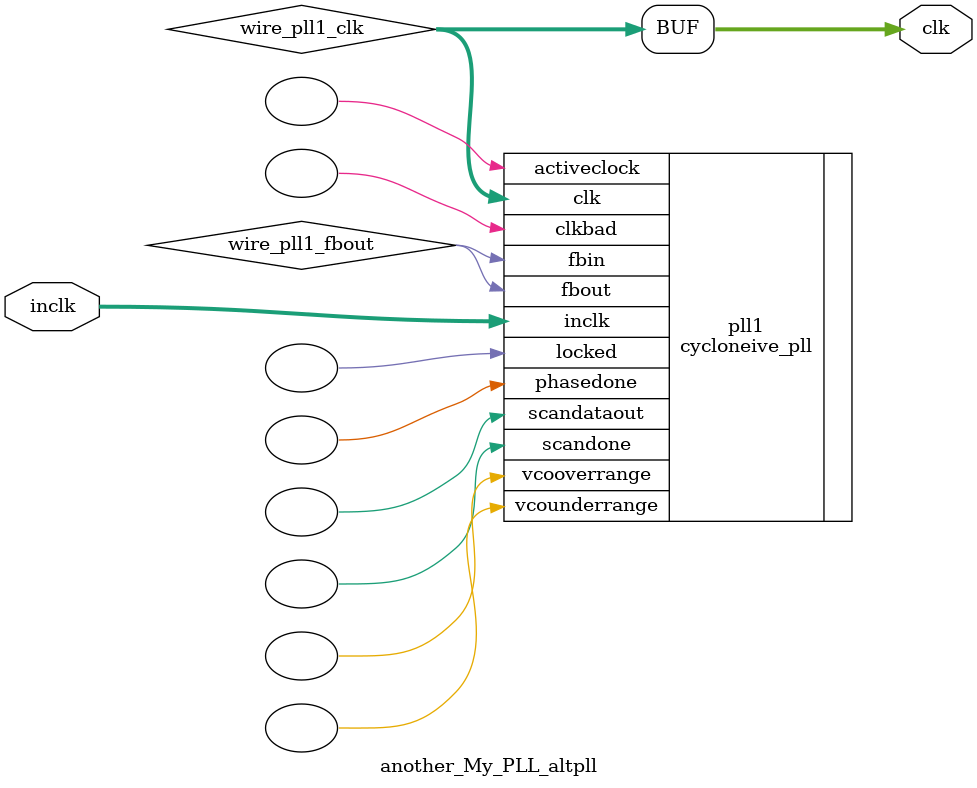
<source format=v>






//synthesis_resources = cycloneive_pll 1 
//synopsys translate_off
`timescale 1 ps / 1 ps
//synopsys translate_on
module  another_My_PLL_altpll
	( 
	clk,
	inclk) /* synthesis synthesis_clearbox=1 */;
	output   [4:0]  clk;
	input   [1:0]  inclk;
`ifndef ALTERA_RESERVED_QIS
// synopsys translate_off
`endif
	tri0   [1:0]  inclk;
`ifndef ALTERA_RESERVED_QIS
// synopsys translate_on
`endif

	wire  [4:0]   wire_pll1_clk;
	wire  wire_pll1_fbout;

	cycloneive_pll   pll1
	( 
	.activeclock(),
	.clk(wire_pll1_clk),
	.clkbad(),
	.fbin(wire_pll1_fbout),
	.fbout(wire_pll1_fbout),
	.inclk(inclk),
	.locked(),
	.phasedone(),
	.scandataout(),
	.scandone(),
	.vcooverrange(),
	.vcounderrange()
	`ifndef FORMAL_VERIFICATION
	// synopsys translate_off
	`endif
	,
	.areset(1'b0),
	.clkswitch(1'b0),
	.configupdate(1'b0),
	.pfdena(1'b1),
	.phasecounterselect({3{1'b0}}),
	.phasestep(1'b0),
	.phaseupdown(1'b0),
	.scanclk(1'b0),
	.scanclkena(1'b1),
	.scandata(1'b0)
	`ifndef FORMAL_VERIFICATION
	// synopsys translate_on
	`endif
	);
	defparam
		pll1.bandwidth_type = "auto",
		pll1.clk0_divide_by = 20,
		pll1.clk0_duty_cycle = 50,
		pll1.clk0_multiply_by = 1,
		pll1.clk0_phase_shift = "0",
		pll1.compensate_clock = "clk0",
		pll1.inclk0_input_frequency = 20000,
		pll1.operation_mode = "normal",
		pll1.pll_type = "auto",
		pll1.lpm_type = "cycloneive_pll";
	assign
		clk = {wire_pll1_clk[4:0]};
endmodule //another_My_PLL_altpll
//VALID FILE

</source>
